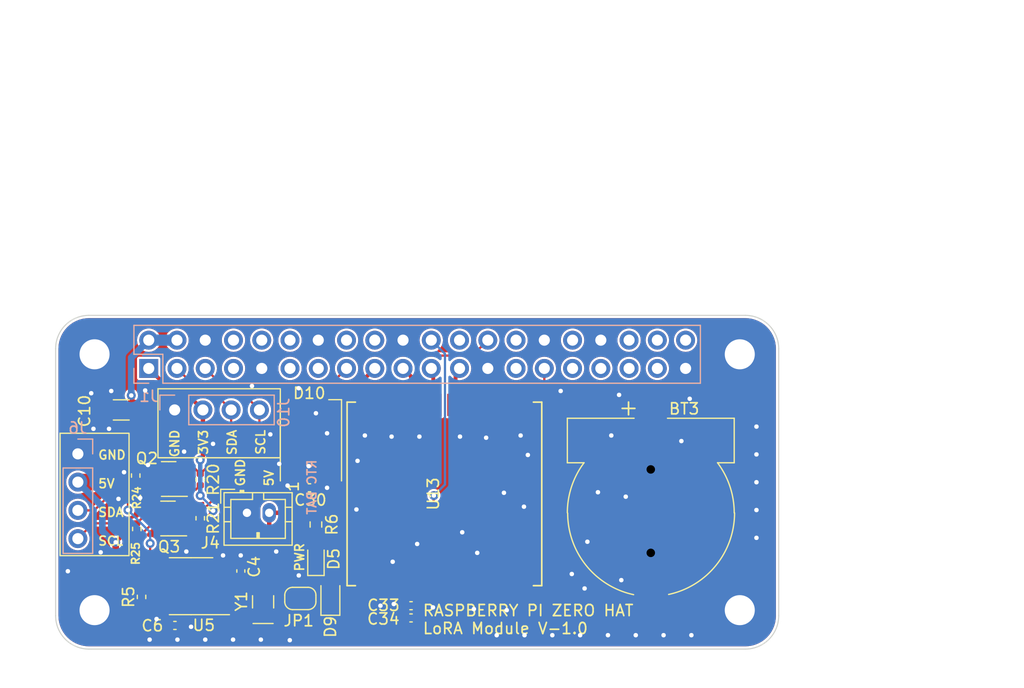
<source format=kicad_pcb>
(kicad_pcb (version 20241229) (generator "pcbnew") (generator_version "9.0")
  (title_block (date "15 nov 2012"))
  (layers (0 "F.Cu" signal) (2 "B.Cu" signal) (13 "F.Paste" user) (15 "B.Paste" user) (5 "F.SilkS" user "F.Silkscreen") (7 "B.SilkS" user "B.Silkscreen") (1 "F.Mask" user) (3 "B.Mask" user) (25 "Edge.Cuts" user))
  (net 0 "")
  (net 1 "GND")
  (net 2 "/GPIO2{slash}SDA1")
  (net 3 "/GPIO3{slash}SCL1")
  (net 4 "/GPIO4{slash}GPCLK0")
  (net 5 "/GPIO14{slash}TXD0")
  (net 6 "/GPIO15{slash}RXD0")
  (net 7 "/GPIO17")
  (net 8 "/GPIO18{slash}PCM.CLK")
  (net 9 "/GPIO27")
  (net 10 "/GPIO22")
  (net 11 "/GPIO23")
  (net 12 "/GPIO24")
  (net 13 "/GPIO10{slash}SPI0.MOSI")
  (net 14 "/GPIO9{slash}SPI0.MISO")
  (net 15 "/GPIO25")
  (net 16 "/GPIO11{slash}SPI0.SCLK")
  (net 17 "/GPIO8{slash}SPI0.CE0")
  (net 18 "/GPIO7{slash}SPI0.CE1")
  (net 19 "/ID_SDA")
  (net 20 "/ID_SCL")
  (net 21 "/GPIO5")
  (net 22 "/GPIO6")
  (net 23 "/GPIO12{slash}PWM0")
  (net 24 "/GPIO13{slash}PWM1")
  (net 25 "/GPIO19{slash}PCM.FS")
  (net 26 "/GPIO16")
  (net 27 "/GPIO26")
  (net 28 "/GPIO20{slash}PCM.DIN")
  (net 29 "/GPIO21{slash}PCM.DOUT")
  (net 30 "+5V")
  (net 32 "+3.3VA")
  (net 33 "Net-(D9-K)")
  (net 34 "Net-(D5-A)")
  (net 35 "/RGB")
  (net 36 "/SCL5")
  (net 37 "/SDA5")
  (net 38 "Net-(U5-SQW{slash}OUT)")
  (net 39 "Net-(U5-X1)")
  (net 40 "Net-(U5-X2)")
  (net 46 "Net-(BT3-+)")
  (footprint "MountingHole:MountingHole_2.7mm_M2.5" (layer "F.Cu") (at 161.5 96.5)
    (property "Reference" "MH5" (hide yes))
    (property "Value" "MountingHole_2.7mm_M2.5" (hide yes))
    (pad "" np_thru_hole circle (at 0 0) (size 2.7 2.7) (drill 2.7) (layers "*.Cu" "*.Mask"))
  )
  (footprint "MountingHole:MountingHole_2.7mm_M2.5" (layer "F.Cu") (at 161.5 73.5)
    (property "Reference" "MH2" (hide yes))
    (property "Value" "MountingHole_2.7mm_M2.5" (hide yes))
    (pad "" np_thru_hole circle (at 0 0) (size 2.7 2.7) (drill 2.7) (layers "*.Cu" "*.Mask"))
  )
  (footprint "RF_Module:Ai-Thinker-Ra-01-LoRa" (layer "F.Cu") (at 134.95 86.05 90)
    (property "Reference" "U13" (at 0 -1 90) (layer "F.SilkS"))
    (property "Value" "Ai-Thinker-Ra-01")
    (pad "1" smd rect (at -8 -7 90) (size 2 1.5) (layers "F.Cu" "F.Mask" "F.Paste"))
    (pad "2" smd rect (at -8 -5 90) (size 2 1.5) (layers "F.Cu" "F.Mask" "F.Paste") (net 1 "GND"))
    (pad "3" smd rect (at -8 -3 90) (size 2 1.5) (layers "F.Cu" "F.Mask" "F.Paste") (net 32 "+3.3VA"))
    (pad "4" smd rect (at -8 -1 90) (size 2 1.5) (layers "F.Cu" "F.Mask" "F.Paste") (net 15 "/GPIO25"))
    (pad "5" smd rect (at -8 1 90) (size 2 1.5) (layers "F.Cu" "F.Mask" "F.Paste") (net 21 "/GPIO5"))
    (pad "6" smd rect (at -8 3 90) (size 2 1.5) (layers "F.Cu" "F.Mask" "F.Paste"))
    (pad "7" smd rect (at -8 5 90) (size 2 1.5) (layers "F.Cu" "F.Mask" "F.Paste"))
    (pad "8" smd rect (at -8 7 90) (size 2 1.5) (layers "F.Cu" "F.Mask" "F.Paste"))
    (pad "9" smd rect (at 8 7 90) (size 2 1.5) (layers "F.Cu" "F.Mask" "F.Paste") (net 1 "GND"))
    (pad "10" smd rect (at 8 5 90) (size 2 1.5) (layers "F.Cu" "F.Mask" "F.Paste"))
    (pad "11" smd rect (at 8 3 90) (size 2 1.5) (layers "F.Cu" "F.Mask" "F.Paste"))
    (pad "12" smd rect (at 8 1 90) (size 2 1.5) (layers "F.Cu" "F.Mask" "F.Paste") (net 16 "/GPIO11{slash}SPI0.SCLK"))
    (pad "13" smd rect (at 8 -1 90) (size 2 1.5) (layers "F.Cu" "F.Mask" "F.Paste") (net 14 "/GPIO9{slash}SPI0.MISO"))
    (pad "14" smd rect (at 8 -3 90) (size 2 1.5) (layers "F.Cu" "F.Mask" "F.Paste") (net 13 "/GPIO10{slash}SPI0.MOSI"))
    (pad "15" smd rect (at 8 -5 90) (size 2 1.5) (layers "F.Cu" "F.Mask" "F.Paste") (net 18 "/GPIO7{slash}SPI0.CE1"))
    (pad "16" smd rect (at 8 -7 90) (size 2 1.5) (layers "F.Cu" "F.Mask" "F.Paste") (net 1 "GND"))
  )
  (footprint "Capacitor_SMD:C_0402_1005Metric" (layer "F.Cu") (at 110.725 97.875)
    (property "Reference" "C6" (at -2.025 0.025 0) (layer "F.SilkS"))
    (property "Value" "100nF")
    (pad "1" smd roundrect (at -0.48 0) (size 0.56 0.62) (layers "F.Cu" "F.Mask" "F.Paste") (net 30 "+5V"))
    (pad "2" smd roundrect (at 0.48 0) (size 0.56 0.62) (layers "F.Cu" "F.Mask" "F.Paste") (net 1 "GND"))
  )
  (footprint "Capacitor_SMD:C_0402_1005Metric" (layer "F.Cu") (at 131.95 97.2 180)
    (property "Reference" "C34" (at 2.49 -0.09 0) (layer "F.SilkS"))
    (property "Value" "10uF")
    (pad "1" smd roundrect (at -0.48 0 180) (size 0.56 0.62) (layers "F.Cu" "F.Mask" "F.Paste") (net 32 "+3.3VA"))
    (pad "2" smd roundrect (at 0.48 0 180) (size 0.56 0.62) (layers "F.Cu" "F.Mask" "F.Paste") (net 1 "GND"))
  )
  (footprint "Capacitor_SMD:C_0402_1005Metric" (layer "F.Cu") (at 116.65 92.98 90)
    (property "Reference" "C4" (at 0.38 1.2 90) (layer "F.SilkS"))
    (property "Value" "100nF")
    (pad "1" smd roundrect (at -0.48 0 90) (size 0.56 0.62) (layers "F.Cu" "F.Mask" "F.Paste") (net 46 "Net-(BT3-+)"))
    (pad "2" smd roundrect (at 0.48 0 90) (size 0.56 0.62) (layers "F.Cu" "F.Mask" "F.Paste") (net 1 "GND"))
  )
  (footprint "Resistor_SMD:R_0402_1005Metric" (layer "F.Cu") (at 107.725 95.31 90)
    (property "Reference" "R5" (at 0 -1.17 90) (layer "F.SilkS"))
    (property "Value" "10K")
    (pad "1" smd roundrect (at -0.51 0 90) (size 0.54 0.64) (layers "F.Cu" "F.Mask" "F.Paste") (net 30 "+5V"))
    (pad "2" smd roundrect (at 0.51 0 90) (size 0.54 0.64) (layers "F.Cu" "F.Mask" "F.Paste") (net 38 "Net-(U5-SQW{slash}OUT)"))
  )
  (footprint "LED_SMD:LED_0603_1608Metric" (layer "F.Cu") (at 123.4 91.9 90)
    (property "Reference" "D5" (at 0 1.6 90) (layer "F.SilkS"))
    (property "Value" "RLED")
    (pad "1" smd roundrect (at -0.7875 0 90) (size 0.875 0.95) (layers "F.Cu" "F.Mask" "F.Paste") (net 1 "GND"))
    (pad "2" smd roundrect (at 0.7875 0 90) (size 0.875 0.95) (layers "F.Cu" "F.Mask" "F.Paste") (net 34 "Net-(D5-A)"))
  )
  (footprint "Package_SO:SOIC-8_3.9x4.9mm_P1.27mm" (layer "F.Cu") (at 112.175 94.345 180)
    (property "Reference" "U5" (at -1.15 -3.515 0) (layer "F.SilkS"))
    (property "Value" "DS1307Z+")
    (pad "1" smd roundrect (at -2.475 -1.905 180) (size 1.95 0.6) (layers "F.Cu" "F.Mask" "F.Paste") (net 39 "Net-(U5-X1)"))
    (pad "2" smd roundrect (at -2.475 -0.635 180) (size 1.95 0.6) (layers "F.Cu" "F.Mask" "F.Paste") (net 40 "Net-(U5-X2)"))
    (pad "3" smd roundrect (at -2.475 0.635 180) (size 1.95 0.6) (layers "F.Cu" "F.Mask" "F.Paste") (net 46 "Net-(BT3-+)"))
    (pad "4" smd roundrect (at -2.475 1.905 180) (size 1.95 0.6) (layers "F.Cu" "F.Mask" "F.Paste") (net 1 "GND"))
    (pad "5" smd roundrect (at 2.475 1.905 180) (size 1.95 0.6) (layers "F.Cu" "F.Mask" "F.Paste") (net 37 "/SDA5"))
    (pad "6" smd roundrect (at 2.475 0.635 180) (size 1.95 0.6) (layers "F.Cu" "F.Mask" "F.Paste") (net 36 "/SCL5"))
    (pad "7" smd roundrect (at 2.475 -0.635 180) (size 1.95 0.6) (layers "F.Cu" "F.Mask" "F.Paste") (net 38 "Net-(U5-SQW{slash}OUT)"))
    (pad "8" smd roundrect (at 2.475 -1.905 180) (size 1.95 0.6) (layers "F.Cu" "F.Mask" "F.Paste") (net 30 "+5V"))
  )
  (footprint "Resistor_SMD:R_0402_1005Metric" (layer "F.Cu") (at 113 84.76 -90)
    (property "Reference" "R20" (at 0 -1.17 90) (layer "F.SilkS"))
    (property "Value" "10K")
    (pad "1" smd roundrect (at -0.51 0 270) (size 0.54 0.64) (layers "F.Cu" "F.Mask" "F.Paste") (net 2 "/GPIO2{slash}SDA1"))
    (pad "2" smd roundrect (at 0.51 0 270) (size 0.54 0.64) (layers "F.Cu" "F.Mask" "F.Paste") (net 32 "+3.3VA"))
  )
  (footprint "Capacitor_SMD:C_1206_3216Metric" (layer "F.Cu") (at 105.9 78.5 180)
    (property "Reference" "C10" (at 3.3 -0.1 90) (layer "F.SilkS"))
    (property "Value" "47uF")
    (pad "1" smd roundrect (at -1.475 0 180) (size 1.15 1.8) (layers "F.Cu" "F.Mask" "F.Paste") (roundrect_rratio 0.2173913043) (net 30 "+5V"))
    (pad "2" smd roundrect (at 1.475 0 180) (size 1.15 1.8) (layers "F.Cu" "F.Mask" "F.Paste") (roundrect_rratio 0.2173913043) (net 1 "GND"))
  )
  (footprint "Package_TO_SOT_SMD:SOT-23" (layer "F.Cu") (at 110.1 88.26 180)
    (property "Reference" "Q3" (at -0.1 -2.54 0) (layer "F.SilkS"))
    (property "Value" "2N7002")
    (pad "1" smd roundrect (at -0.9375 -0.95 180) (size 1.475 0.6) (layers "F.Cu" "F.Mask" "F.Paste") (net 32 "+3.3VA"))
    (pad "2" smd roundrect (at -0.9375 0.95 180) (size 1.475 0.6) (layers "F.Cu" "F.Mask" "F.Paste") (net 3 "/GPIO3{slash}SCL1"))
    (pad "3" smd roundrect (at 0.9375 0 180) (size 1.475 0.6) (layers "F.Cu" "F.Mask" "F.Paste") (net 36 "/SCL5"))
  )
  (footprint "Resistor_SMD:R_0402_1005Metric" (layer "F.Cu") (at 107.2 84.4 90)
    (property "Reference" "R24" (at -2 0.1 90) (layer "F.SilkS") (effects (font (size 0.7 0.7))))
    (property "Value" "10K")
    (pad "1" smd roundrect (at -0.51 0 90) (size 0.54 0.64) (layers "F.Cu" "F.Mask" "F.Paste") (net 37 "/SDA5"))
    (pad "2" smd roundrect (at 0.51 0 90) (size 0.54 0.64) (layers "F.Cu" "F.Mask" "F.Paste") (net 30 "+5V"))
  )
  (footprint "Resistor_SMD:R_0402_1005Metric" (layer "F.Cu") (at 107.3 89.2 -90)
    (property "Reference" "R25" (at 2.21 0.1 90) (layer "F.SilkS") (effects (font (size 0.7 0.7))))
    (property "Value" "10K")
    (pad "1" smd roundrect (at -0.51 0 270) (size 0.54 0.64) (layers "F.Cu" "F.Mask" "F.Paste") (net 36 "/SCL5"))
    (pad "2" smd roundrect (at 0.51 0 270) (size 0.54 0.64) (layers "F.Cu" "F.Mask" "F.Paste") (net 30 "+5V"))
  )
  (footprint "Capacitor_SMD:C_0402_1005Metric" (layer "F.Cu") (at 131.95 96.1 180)
    (property "Reference" "C33" (at 2.48 0.04 0) (layer "F.SilkS"))
    (property "Value" "100nF")
    (pad "1" smd roundrect (at -0.48 0 180) (size 0.56 0.62) (layers "F.Cu" "F.Mask" "F.Paste") (net 32 "+3.3VA"))
    (pad "2" smd roundrect (at 0.48 0 180) (size 0.56 0.62) (layers "F.Cu" "F.Mask" "F.Paste") (net 1 "GND"))
  )
  (footprint "Crystal:Crystal_SMD_G8-2Pin_3.2x1.5mm" (layer "F.Cu") (at 118.65 95.75 90)
    (property "Reference" "Y1" (at 0.05 -1.95 90) (layer "F.SilkS"))
    (property "Value" "32.768Khz")
    (pad "1" smd rect (at -1.25 0 90) (size 1 1.8) (layers "F.Cu" "F.Mask" "F.Paste") (net 39 "Net-(U5-X1)"))
    (pad "2" smd rect (at 1.25 0 90) (size 1 1.8) (layers "F.Cu" "F.Mask" "F.Paste") (net 40 "Net-(U5-X2)"))
  )
  (footprint "MountingHole:MountingHole_2.7mm_M2.5" (layer "F.Cu") (at 103.5 73.5)
    (property "Reference" "MH1" (hide yes))
    (property "Value" "MountingHole_2.7mm_M2.5" (hide yes))
    (pad "" np_thru_hole circle (at 0 0) (size 2.7 2.7) (drill 2.7) (layers "*.Cu" "*.Mask"))
  )
  (footprint "Diode_SMD:D_SOD-323" (layer "F.Cu") (at 124.7 95.35 90)
    (property "Reference" "D9" (at -2.65 0 90) (layer "F.SilkS"))
    (property "Value" "1N5819WS")
    (pad "1" smd roundrect (at -1.05 0 90) (size 0.6 0.45) (layers "F.Cu" "F.Mask" "F.Paste") (net 33 "Net-(D9-K)"))
    (pad "2" smd roundrect (at 1.05 0 90) (size 0.6 0.45) (layers "F.Cu" "F.Mask" "F.Paste") (net 32 "+3.3VA"))
  )
  (footprint "MountingHole:MountingHole_2.7mm_M2.5" (layer "F.Cu") (at 103.5 96.5)
    (property "Reference" "MH6" (hide yes))
    (property "Value" "MountingHole_2.7mm_M2.5" (hide yes))
    (pad "" np_thru_hole circle (at 0 0) (size 2.7 2.7) (drill 2.7) (layers "*.Cu" "*.Mask"))
  )
  (footprint "Connector_JST:JST_PH_B2B-PH-K_1x02_P2.00mm_Vertical" (layer "F.Cu") (at 117.2 87.75)
    (property "Reference" "J4" (at -3.3 2.7 0) (layer "F.SilkS"))
    (property "Value" "CONN")
    (pad "1" thru_hole roundrect (at 0 0) (size 1.2 1.75) (drill 0.75) (layers "*.Cu" "*.Mask") (roundrect_rratio 0.2083333333) (net 1 "GND"))
    (pad "2" thru_hole oval (at 2 0) (size 1.2 1.75) (drill 0.75) (layers "*.Cu" "*.Mask") (net 30 "+5V"))
  )
  (footprint "Package_TO_SOT_SMD:SOT-23" (layer "F.Cu") (at 110.1625 84.71 180)
    (property "Reference" "Q2" (at 1.9625 1.85 0) (layer "F.SilkS"))
    (property "Value" "2N7002")
    (pad "1" smd roundrect (at -0.9375 -0.95 180) (size 1.475 0.6) (layers "F.Cu" "F.Mask" "F.Paste") (net 32 "+3.3VA"))
    (pad "2" smd roundrect (at -0.9375 0.95 180) (size 1.475 0.6) (layers "F.Cu" "F.Mask" "F.Paste") (net 2 "/GPIO2{slash}SDA1"))
    (pad "3" smd roundrect (at 0.9375 0 180) (size 1.475 0.6) (layers "F.Cu" "F.Mask" "F.Paste") (net 37 "/SDA5"))
  )
  (footprint "Capacitor_SMD:C_0402_1005Metric" (layer "F.Cu") (at 122.82 85.5)
    (property "Reference" "C30" (at 0.08 1.1 0) (layer "F.SilkS"))
    (property "Value" "100nF")
    (pad "1" smd roundrect (at -0.48 0) (size 0.56 0.62) (layers "F.Cu" "F.Mask" "F.Paste") (net 30 "+5V"))
    (pad "2" smd roundrect (at 0.48 0) (size 0.56 0.62) (layers "F.Cu" "F.Mask" "F.Paste") (net 1 "GND"))
  )
  (footprint "nodemcu:cr1220-2" (layer "F.Cu") (at 153.5 87.75 180)
    (property "Reference" "BT3" (at -3 9.35 0) (layer "F.SilkS"))
    (property "Value" "Battery_Cell")
    (fp_text user "+" (at 2 9.5 0) (layer "F.SilkS") (effects (font (size 1.5 1.5))))
    (pad "" np_thru_hole circle (at 0 -3.6 180) (size 1.5 1.5) (drill 0.762) (layers "*.Mask"))
    (pad "" np_thru_hole circle (at 0 3.9 180) (size 1.5 1.5) (drill 0.762) (layers "*.Mask"))
    (pad "1" smd rect (at 0 8 180) (size 2.2 4.4) (layers "F.Cu" "F.Mask" "F.Paste") (net 46 "Net-(BT3-+)"))
    (pad "2" smd rect (at 0 -8 180) (size 2.2 4) (layers "F.Cu" "F.Mask" "F.Paste") (net 1 "GND"))
  )
  (footprint "Resistor_SMD:R_0402_1005Metric" (layer "F.Cu") (at 113 88.24 -90)
    (property "Reference" "R21" (at 0 -1.17 90) (layer "F.SilkS"))
    (property "Value" "10K")
    (pad "1" smd roundrect (at -0.51 0 270) (size 0.54 0.64) (layers "F.Cu" "F.Mask" "F.Paste") (net 3 "/GPIO3{slash}SCL1"))
    (pad "2" smd roundrect (at 0.51 0 270) (size 0.54 0.64) (layers "F.Cu" "F.Mask" "F.Paste") (net 32 "+3.3VA"))
  )
  (footprint "Resistor_SMD:R_0603_1608Metric" (layer "F.Cu") (at 123.4 88.8 -90)
    (property "Reference" "R6" (at 0 -1.43 90) (layer "F.SilkS"))
    (property "Value" "1K")
    (pad "1" smd roundrect (at -0.825 0 270) (size 0.8 0.95) (layers "F.Cu" "F.Mask" "F.Paste") (net 30 "+5V"))
    (pad "2" smd roundrect (at 0.825 0 270) (size 0.8 0.95) (layers "F.Cu" "F.Mask" "F.Paste") (net 34 "Net-(D5-A)"))
  )
  (footprint "LED_SMD:LED_WS2812B_PLCC4_5.0x5.0mm_P3.2mm" (layer "F.Cu") (at 122.95 81.23 90)
    (property "Reference" "D10" (at 4.23 -0.15 0) (layer "F.SilkS"))
    (property "Value" "WS2812B")
    (fp_text user "1" (at -4.15 -1.6 90) (layer "F.SilkS"))
    (pad "1" smd rect (at -2.45 -1.65 90) (size 1.5 0.9) (layers "F.Cu" "F.Mask" "F.Paste") (net 30 "+5V"))
    (pad "2" smd rect (at -2.45 1.65 90) (size 1.5 0.9) (layers "F.Cu" "F.Mask" "F.Paste") (net 35 "/RGB"))
    (pad "3" smd rect (at 2.45 1.65 90) (size 1.5 0.9) (layers "F.Cu" "F.Mask" "F.Paste") (net 1 "GND"))
    (pad "4" smd rect (at 2.45 -1.65 90) (size 1.5 0.9) (layers "F.Cu" "F.Mask" "F.Paste") (net 10 "/GPIO22"))
  )
  (footprint "Jumper:SolderJumper-2_P1.3mm_Open_RoundedPad1.0x1.5mm" (layer "F.Cu") (at 122 95.45 180)
    (property "Reference" "JP1" (at 0.15 -2 180) (layer "F.SilkS"))
    (property "Value" "JUMPER")
    (pad "1" smd custom (at -0.65 0 180) (size 1 0.5) (layers "F.Cu" "F.Mask") (net 33 "Net-(D9-K)") (options (clearance outline) (anchor rect)) (primitives (gr_circle (center 0 0.25) (end 0.5 0.25) (width 0) (fill yes)) (gr_circle (center 0 -0.25) (end 0.5 -0.25) (width 0) (fill yes)) (gr_poly (pts (xy 0.5 0.75) (xy 0 0.75) (xy 0 -0.75) (xy 0.5 -0.75)) (width 0) (fill yes))))
    (pad "2" smd custom (at 0.65 0 180) (size 1 0.5) (layers "F.Cu" "F.Mask") (net 46 "Net-(BT3-+)") (options (clearance outline) (anchor rect)) (primitives (gr_circle (center 0 0.25) (end 0.5 0.25) (width 0) (fill yes)) (gr_circle (center 0 -0.25) (end 0.5 -0.25) (width 0) (fill yes)) (gr_poly (pts (xy 0 0.75) (xy -0.5 0.75) (xy -0.5 -0.75) (xy 0 -0.75)) (width 0) (fill yes))))
  )
  (footprint "Connector_PinSocket_2.54mm:PinSocket_2x20_P2.54mm_Vertical" (layer "B.Cu") (at 108.37 74.77 -90)
    (property "Reference" "J1" (at 2.5 0 0) (layer "B.SilkS") (effects (justify mirror)))
    (property "Value" "GPIO")
    (pad "1" thru_hole rect (at 0 0 270) (size 1.7 1.7) (drill 1) (layers "*.Cu" "*.Mask") (net 32 "+3.3VA"))
    (pad "2" thru_hole oval (at -2.54 0 270) (size 1.7 1.7) (drill 1) (layers "*.Cu" "*.Mask") (net 30 "+5V"))
    (pad "3" thru_hole oval (at 0 -2.54 270) (size 1.7 1.7) (drill 1) (layers "*.Cu" "*.Mask") (net 2 "/GPIO2{slash}SDA1"))
    (pad "4" thru_hole oval (at -2.54 -2.54 270) (size 1.7 1.7) (drill 1) (layers "*.Cu" "*.Mask") (net 30 "+5V"))
    (pad "5" thru_hole oval (at 0 -5.08 270) (size 1.7 1.7) (drill 1) (layers "*.Cu" "*.Mask") (net 3 "/GPIO3{slash}SCL1"))
    (pad "6" thru_hole oval (at -2.54 -5.08 270) (size 1.7 1.7) (drill 1) (layers "*.Cu" "*.Mask") (net 1 "GND"))
    (pad "7" thru_hole oval (at 0 -7.62 270) (size 1.7 1.7) (drill 1) (layers "*.Cu" "*.Mask") (net 4 "/GPIO4{slash}GPCLK0"))
    (pad "8" thru_hole oval (at -2.54 -7.62 270) (size 1.7 1.7) (drill 1) (layers "*.Cu" "*.Mask") (net 5 "/GPIO14{slash}TXD0"))
    (pad "9" thru_hole oval (at 0 -10.16 270) (size 1.7 1.7) (drill 1) (layers "*.Cu" "*.Mask") (net 1 "GND"))
    (pad "10" thru_hole oval (at -2.54 -10.16 270) (size 1.7 1.7) (drill 1) (layers "*.Cu" "*.Mask") (net 6 "/GPIO15{slash}RXD0"))
    (pad "11" thru_hole oval (at 0 -12.7 270) (size 1.7 1.7) (drill 1) (layers "*.Cu" "*.Mask") (net 7 "/GPIO17"))
    (pad "12" thru_hole oval (at -2.54 -12.7 270) (size 1.7 1.7) (drill 1) (layers "*.Cu" "*.Mask") (net 8 "/GPIO18{slash}PCM.CLK"))
    (pad "13" thru_hole oval (at 0 -15.24 270) (size 1.7 1.7) (drill 1) (layers "*.Cu" "*.Mask") (net 9 "/GPIO27"))
    (pad "14" thru_hole oval (at -2.54 -15.24 270) (size 1.7 1.7) (drill 1) (layers "*.Cu" "*.Mask") (net 1 "GND"))
    (pad "15" thru_hole oval (at 0 -17.78 270) (size 1.7 1.7) (drill 1) (layers "*.Cu" "*.Mask") (net 10 "/GPIO22"))
    (pad "16" thru_hole oval (at -2.54 -17.78 270) (size 1.7 1.7) (drill 1) (layers "*.Cu" "*.Mask") (net 11 "/GPIO23"))
    (pad "17" thru_hole oval (at 0 -20.32 270) (size 1.7 1.7) (drill 1) (layers "*.Cu" "*.Mask") (net 32 "+3.3VA"))
    (pad "18" thru_hole oval (at -2.54 -20.32 270) (size 1.7 1.7) (drill 1) (layers "*.Cu" "*.Mask") (net 12 "/GPIO24"))
    (pad "19" thru_hole oval (at 0 -22.86 270) (size 1.7 1.7) (drill 1) (layers "*.Cu" "*.Mask") (net 13 "/GPIO10{slash}SPI0.MOSI"))
    (pad "20" thru_hole oval (at -2.54 -22.86 270) (size 1.7 1.7) (drill 1) (layers "*.Cu" "*.Mask") (net 1 "GND"))
    (pad "21" thru_hole oval (at 0 -25.4 270) (size 1.7 1.7) (drill 1) (layers "*.Cu" "*.Mask") (net 14 "/GPIO9{slash}SPI0.MISO"))
    (pad "22" thru_hole oval (at -2.54 -25.4 270) (size 1.7 1.7) (drill 1) (layers "*.Cu" "*.Mask") (net 15 "/GPIO25"))
    (pad "23" thru_hole oval (at 0 -27.94 270) (size 1.7 1.7) (drill 1) (layers "*.Cu" "*.Mask") (net 16 "/GPIO11{slash}SPI0.SCLK"))
    (pad "24" thru_hole oval (at -2.54 -27.94 270) (size 1.7 1.7) (drill 1) (layers "*.Cu" "*.Mask") (net 17 "/GPIO8{slash}SPI0.CE0"))
    (pad "25" thru_hole oval (at 0 -30.48 270) (size 1.7 1.7) (drill 1) (layers "*.Cu" "*.Mask") (net 1 "GND"))
    (pad "26" thru_hole oval (at -2.54 -30.48 270) (size 1.7 1.7) (drill 1) (layers "*.Cu" "*.Mask") (net 18 "/GPIO7{slash}SPI0.CE1"))
    (pad "27" thru_hole oval (at 0 -33.02 270) (size 1.7 1.7) (drill 1) (layers "*.Cu" "*.Mask") (net 19 "/ID_SDA"))
    (pad "28" thru_hole oval (at -2.54 -33.02 270) (size 1.7 1.7) (drill 1) (layers "*.Cu" "*.Mask") (net 20 "/ID_SCL"))
    (pad "29" thru_hole oval (at 0 -35.56 270) (size 1.7 1.7) (drill 1) (layers "*.Cu" "*.Mask") (net 21 "/GPIO5"))
    (pad "30" thru_hole oval (at -2.54 -35.56 270) (size 1.7 1.7) (drill 1) (layers "*.Cu" "*.Mask") (net 1 "GND"))
    (pad "31" thru_hole oval (at 0 -38.1 270) (size 1.7 1.7) (drill 1) (layers "*.Cu" "*.Mask") (net 22 "/GPIO6"))
    (pad "32" thru_hole oval (at -2.54 -38.1 270) (size 1.7 1.7) (drill 1) (layers "*.Cu" "*.Mask") (net 23 "/GPIO12{slash}PWM0"))
    (pad "33" thru_hole oval (at 0 -40.64 270) (size 1.7 1.7) (drill 1) (layers "*.Cu" "*.Mask") (net 24 "/GPIO13{slash}PWM1"))
    (pad "34" thru_hole oval (at -2.54 -40.64 270) (size 1.7 1.7) (drill 1) (layers "*.Cu" "*.Mask") (net 1 "GND"))
    (pad "35" thru_hole oval (at 0 -43.18 270) (size 1.7 1.7) (drill 1) (layers "*.Cu" "*.Mask") (net 25 "/GPIO19{slash}PCM.FS"))
    (pad "36" thru_hole oval (at -2.54 -43.18 270) (size 1.7 1.7) (drill 1) (layers "*.Cu" "*.Mask") (net 26 "/GPIO16"))
    (pad "37" thru_hole oval (at 0 -45.72 270) (size 1.7 1.7) (drill 1) (layers "*.Cu" "*.Mask") (net 27 "/GPIO26"))
    (pad "38" thru_hole oval (at -2.54 -45.72 270) (size 1.7 1.7) (drill 1) (layers "*.Cu" "*.Mask") (net 28 "/GPIO20{slash}PCM.DIN"))
    (pad "39" thru_hole oval (at 0 -48.26 270) (size 1.7 1.7) (drill 1) (layers "*.Cu" "*.Mask") (net 1 "GND"))
    (pad "40" thru_hole oval (at -2.54 -48.26 270) (size 1.7 1.7) (drill 1) (layers "*.Cu" "*.Mask") (net 29 "/GPIO21{slash}PCM.DOUT"))
  )
  (footprint "Connector_PinHeader_2.54mm:PinHeader_1x04_P2.54mm_Vertical" (layer "B.Cu") (at 110.7 78.5 -90)
    (property "Reference" "J10" (at 0.25 -9.8 90) (layer "B.SilkS") (effects (justify mirror)))
    (property "Value" "CONN")
    (pad "1" thru_hole rect (at 0 0 270) (size 1.7 1.7) (drill 1) (layers "*.Cu" "*.Mask") (net 1 "GND"))
    (pad "2" thru_hole oval (at 0 -2.54 270) (size 1.7 1.7) (drill 1) (layers "*.Cu" "*.Mask") (net 32 "+3.3VA"))
    (pad "3" thru_hole oval (at 0 -5.08 270) (size 1.7 1.7) (drill 1) (layers "*.Cu" "*.Mask") (net 2 "/GPIO2{slash}SDA1"))
    (pad "4" thru_hole oval (at 0 -7.62 270) (size 1.7 1.7) (drill 1) (layers "*.Cu" "*.Mask") (net 3 "/GPIO3{slash}SCL1"))
  )
  (footprint "Connector_PinHeader_2.54mm:PinHeader_1x04_P2.54mm_Vertical" (layer "B.Cu") (at 102 82.45 180)
    (property "Reference" "J6" (at 0 2.33 0) (layer "B.SilkS") (effects (justify mirror)))
    (property "Value" "CONN")
    (pad "1" thru_hole rect (at 0 0 180) (size 1.7 1.7) (drill 1) (layers "*.Cu" "*.Mask") (net 1 "GND"))
    (pad "2" thru_hole oval (at 0 -2.54 180) (size 1.7 1.7) (drill 1) (layers "*.Cu" "*.Mask") (net 30 "+5V"))
    (pad "3" thru_hole oval (at 0 -5.08 180) (size 1.7 1.7) (drill 1) (layers "*.Cu" "*.Mask") (net 37 "/SDA5"))
    (pad "4" thru_hole oval (at 0 -7.62 180) (size 1.7 1.7) (drill 1) (layers "*.Cu" "*.Mask") (net 36 "/SCL5"))
  )
  (gr_rect (start 109.2 76.6) (end 120.2 82.8) (stroke (width 0.12)) (fill no) (layer "F.SilkS"))
  (gr_rect (start 100.4 80.6) (end 106.6 91.6) (stroke (width 0.12)) (fill no) (layer "F.SilkS"))
  (gr_arc (start 162 70) (mid 164.12132 70.87868) (end 165 73) (stroke (width 0.1)) (layer "Edge.Cuts"))
  (gr_line (start 165 97) (end 165 73) (stroke (width 0.1)) (layer "Edge.Cuts"))
  (gr_line (start 100 73) (end 100 97) (stroke (width 0.1)) (layer "Edge.Cuts"))
  (gr_arc (start 103 100) (mid 100.87868 99.12132) (end 100 97) (stroke (width 0.1)) (layer "Edge.Cuts"))
  (gr_line (start 103 100) (end 162 100) (stroke (width 0.1)) (layer "Edge.Cuts"))
  (gr_arc (start 165 97) (mid 164.12132 99.12132) (end 162 100) (stroke (width 0.1)) (layer "Edge.Cuts"))
  (gr_arc (start 100 73) (mid 100.87868 70.87868) (end 103 70) (stroke (width 0.1)) (layer "Edge.Cuts"))
  (gr_line (start 162 70) (end 103 70) (stroke (width 0.1)) (layer "Edge.Cuts"))
  (gr_text "PWR" (at 122.4 93.1 90) (layer "F.SilkS") (effects (font (size 0.8 0.8)) (justify left bottom)))
  (gr_text "GND\n\n5V\n\nSDA\n\nSCL" (at 103.75 90.75 0) (layer "F.SilkS") (effects (font (size 0.8 0.8)) (justify left bottom)))
  (gr_text "RASPBERRY PI ZERO HAT\nLoRA Module V-1.0" (at 132.93 98.73 0) (layer "F.SilkS") (effects (font (size 1 1)) (justify left bottom)))
  (gr_text "GND\n\n3V3\n\nSDA\n\nSCL" (at 118.9 80.2 90) (layer "F.SilkS") (effects (font (size 0.8 0.8)) (justify right bottom)))
  (gr_text "GND\n\n5V" (at 119.65 85.45 90) (layer "F.SilkS") (effects (font (size 0.8 0.8)) (justify left bottom)))
  (gr_text "RTC BAT" (at 123.5 88 90) (layer "B.SilkS") (effects (font (size 0.8 0.8)) (justify right bottom mirror)))
  (via (at 149.65 98.75) (size 0.8) (drill 0.4) (layers "F.Cu" "B.Cu") (net 1))
  (via (at 149.95 80.8) (size 0.8) (drill 0.4) (layers "F.Cu" "B.Cu") (net 1))
  (via (at 154.65 98.75) (size 0.8) (drill 0.4) (layers "F.Cu" "B.Cu") (net 1))
  (via (at 108.05 76.75) (size 0.8) (drill 0.4) (layers "F.Cu" "B.Cu") (net 1))
  (via (at 121.05 99.2) (size 0.8) (drill 0.4) (layers "F.Cu" "B.Cu") (net 1))
  (via (at 114.15 81.55) (size 0.8) (drill 0.4) (layers "F.Cu" "B.Cu") (net 1))
  (via (at 123.4 78.8) (size 0.8) (drill 0.4) (layers "F.Cu" "B.Cu") (net 1))
  (via (at 133.92 96.25) (size 0.8) (drill 0.4) (layers "F.Cu" "B.Cu") (net 1))
  (via (at 142.45 82.55) (size 0.8) (drill 0.4) (layers "F.Cu" "B.Cu") (net 1))
  (via (at 140.3 85.95) (size 0.8) (drill 0.4) (layers "F.Cu" "B.Cu") (net 1))
  (via (at 147.15 98.75) (size 0.8) (drill 0.4) (layers "F.Cu" "B.Cu") (net 1))
  (via (at 150.85 93.8) (size 0.8) (drill 0.4) (layers "F.Cu" "B.Cu") (net 1))
  (via (at 116.64 91.58) (size 0.8) (drill 0.4) (layers "F.Cu" "B.Cu") (net 1))
  (via (at 156.25 81.3) (size 0.8) (drill 0.4) (layers "F.Cu" "B.Cu") (net 1))
  (via (at 130.2 80.9) (size 0.8) (drill 0.4) (layers "F.Cu" "B.Cu") (net 1))
  (via (at 130.3 92.15) (size 0.8) (drill 0.4) (layers "F.Cu" "B.Cu") (net 1))
  (via (at 119.3 80.7) (size 0.8) (drill 0.4) (layers "F.Cu" "B.Cu") (net 1))
  (via (at 115.95 99.15) (size 0.8) (drill 0.4) (layers "F.Cu" "B.Cu") (net 1))
  (via (at 119.83 91.23) (size 0.8) (drill 0.4) (layers "F.Cu" "B.Cu") (net 1))
  (via (at 147.8 90.35) (size 0.8) (drill 0.4) (layers "F.Cu" "B.Cu") (net 1))
  (via (at 139.65 98.75) (size 0.8) (drill 0.4) (layers "F.Cu" "B.Cu") (net 1))
  (via (at 108.45 99.15) (size 0.8) (drill 0.4) (layers "F.Cu" "B.Cu") (net 1))
  (via (at 142.15 98.75) (size 0.8) (drill 0.4) (layers "F.Cu" "B.Cu") (net 1))
  (via (at 137.9 91.35) (size 0.8) (drill 0.4) (layers "F.Cu" "B.Cu") (net 1))
  (via (at 121.85 76.55) (size 0.8) (drill 0.4) (layers "F.Cu" "B.Cu") (net 1))
  (via (at 107.6 86.4) (size 0.8) (drill 0.4) (layers "F.Cu" "B.Cu") (net 1))
  (via (at 163 82.5) (size 0.8) (drill 0.4) (layers "F.Cu" "B.Cu") (net 1))
  (via (at 163 87.5) (size 0.8) (drill 0.4) (layers "F.Cu" "B.Cu") (net 1))
  (via (at 127.04 87.45) (size 0.8) (drill 0.4) (layers "F.Cu" "B.Cu") (net 1))
  (via (at 104.05 91.3) (size 0.8) (drill 0.4) (layers "F.Cu" "B.Cu") (net 1))
  (via (at 115.05 91.58) (size 0.8) (drill 0.4) (layers "F.Cu" "B.Cu") (net 1))
  (via (at 111.55 82.25) (size 0.8) (drill 0.4) (layers "F.Cu" "B.Cu") (net 1))
  (via (at 112.175 97.995) (size 0.8) (drill 0.4) (layers "F.Cu" "B.Cu") (net 1))
  (via (at 146.4 93.25) (size 0.8) (drill 0.4) (layers "F.Cu" "B.Cu") (net 1))
  (via (at 110.95 99.15) (size 0.8) (drill 0.4) (layers "F.Cu" "B.Cu") (net 1))
  (via (at 150.65 77.15) (size 0.8) (drill 0.4) (layers "F.Cu" "B.Cu") (net 1))
  (via (at 145.4 76.8) (size 0.8) (drill 0.4) (layers "F.Cu" "B.Cu") (net 1))
  (via (at 132.7 80.9) (size 0.8) (drill 0.4) (layers "F.Cu" "B.Cu") (net 1))
  (via (at 137.6 96.4) (size 0.8) (drill 0.4) (layers "F.Cu" "B.Cu") (net 1))
  (via (at 129.2 96.1) (size 0.8) (drill 0.4) (layers "F.Cu" "B.Cu") (net 1))
  (via (at 117.65 76.35) (size 0.8) (drill 0.4) (layers "F.Cu" "B.Cu") (net 1))
  (via (at 147.55 94.55) (size 0.8) (drill 0.4) (layers "F.Cu" "B.Cu") (net 1))
  (via (at 163 85) (size 0.8) (drill 0.4) (layers "F.Cu" "B.Cu") (net 1))
  (via (at 152.15 98.75) (size 0.8) (drill 0.4) (layers "F.Cu" "B.Cu") (net 1))
  (via (at 157 77.5) (size 0.8) (drill 0.4) (layers "F.Cu" "B.Cu") (net 1))
  (via (at 136.55 89.5) (size 0.8) (drill 0.4) (layers "F.Cu" "B.Cu") (net 1))
  (via (at 136.35 80.9) (size 0.8) (drill 0.4) (layers "F.Cu" "B.Cu") (net 1))
  (via (at 163 80) (size 0.8) (drill 0.4) (layers "F.Cu" "B.Cu") (net 1))
  (via (at 113.45 99.15) (size 0.8) (drill 0.4) (layers "F.Cu" "B.Cu") (net 1))
  (via (at 124.4 80.6) (size 0.8) (drill 0.4) (layers "F.Cu" "B.Cu") (net 1))
  (via (at 111.75 91.23) (size 0.8) (drill 0.4) (layers "F.Cu" "B.Cu") (net 1))
  (via (at 151.25 86.3) (size 0.8) (drill 0.4) (layers "F.Cu" "B.Cu") (net 1))
  (via (at 127.14 83.08) (size 0.8) (drill 0.4) (layers "F.Cu" "B.Cu") (net 1))
  (via (at 124.4 85.5) (size 0.8) (drill 0.4) (layers "F.Cu" "B.Cu") (net 1))
  (via (at 122.75 83.55) (size 0.8) (drill 0.4) (layers "F.Cu" "B.Cu") (net 1))
  (via (at 157.15 98.75) (size 0.8) (drill 0.4) (layers "F.Cu" "B.Cu") (net 1))
  (via (at 104.8 80.2) (size 0.8) (drill 0.4) (layers "F.Cu" "B.Cu") (net 1))
  (via (at 109.075 97.295) (size 0.8) (drill 0.4) (layers "F.Cu" "B.Cu") (net 1))
  (via (at 142.1 87.2) (size 0.8) (drill 0.4) (layers "F.Cu" "B.Cu") (net 1))
  (via (at 132.5 90.55) (size 0.8) (drill 0.4) (layers "F.Cu" "B.Cu") (net 1))
  (via (at 103.4 80.2) (size 0.8) (drill 0.4) (layers "F.Cu" "B.Cu") (net 1))
  (via (at 105.65 86.5) (size 0.8) (drill 0.4) (layers "F.Cu" "B.Cu") (net 1))
  (via (at 121.86 93.38) (size 0.8) (drill 0.4) (layers "F.Cu" "B.Cu") (net 1))
  (via (at 120.1 83.35) (size 0.8) (drill 0.4) (layers "F.Cu" "B.Cu") (net 1))
  (via (at 101.1 93) (size 0.8) (drill 0.4) (layers "F.Cu" "B.Cu") (net 1))
  (via (at 108.3 83.45) (size 0.8) (drill 0.4) (layers "F.Cu" "B.Cu") (net 1))
  (via (at 144.65 98.75) (size 0.8) (drill 0.4) (layers "F.Cu" "B.Cu") (net 1))
  (via (at 141.8 80.8) (size 0.8) (drill 0.4) (layers "F.Cu" "B.Cu") (net 1))
  (via (at 106.15 84.1) (size 0.8) (drill 0.4) (layers "F.Cu" "B.Cu") (net 1))
  (via (at 120.85 85.3) (size 0.8) (drill 0.4) (layers "F.Cu" "B.Cu") (net 1))
  (via (at 138.7 81) (size 0.8) (drill 0.4) (layers "F.Cu" "B.Cu") (net 1))
  (via (at 130.4 95.95) (size 0.8) (drill 0.4) (layers "F.Cu" "B.Cu") (net 1))
  (via (at 163 90) (size 0.8) (drill 0.4) (layers "F.Cu" "B.Cu") (net 1))
  (via (at 140.55 96.5) (size 0.8) (drill 0.4) (layers "F.Cu" "B.Cu") (net 1))
  (via (at 118.45 99.15) (size 0.8) (drill 0.4) (layers "F.Cu" "B.Cu") (net 1))
  (via (at 105 76.8) (size 0.8) (drill 0.4) (layers "F.Cu" "B.Cu") (net 1))
  (via (at 127.8 80.8) (size 0.8) (drill 0.4) (layers "F.Cu" "B.Cu") (net 1))
  (via (at 148.75 85.9) (size 0.8) (drill 0.4) (layers "F.Cu" "B.Cu") (net 1))
  (via (at 103.2 77) (size 0.8) (drill 0.4) (layers "F.Cu" "B.Cu") (net 1))
  (segment (start 112.06 75.92) (end 113.2 75.92) (width 0.2) (layer "F.Cu") (net 2))
  (segment (start 115.78 81.47) (end 115.78 78.5) (width 0.2) (layer "F.Cu") (net 2))
  (segment (start 111.1 83.76) (end 112.51 83.76) (width 0.2) (layer "F.Cu") (net 2))
  (segment (start 110.91 74.77) (end 112.06 75.92) (width 0.2) (layer "F.Cu") (net 2))
  (segment (start 113 84.25) (end 115.78 81.47) (width 0.2) (layer "F.Cu") (net 2))
  (segment (start 113.2 75.92) (end 115.78 78.5) (width 0.2) (layer "F.Cu") (net 2))
  (segment (start 112.51 83.76) (end 113 84.25) (width 0.2) (layer "F.Cu") (net 2))
  (segment (start 118.32 78.5) (end 118.32 82.41) (width 0.2) (layer "F.Cu") (net 3))
  (segment (start 112.58 87.31) (end 113 87.73) (width 0.2) (layer "F.Cu") (net 3))
  (segment (start 111.0375 87.31) (end 112.58 87.31) (width 0.2) (layer "F.Cu") (net 3))
  (segment (start 114.6 75.92) (end 115.74 75.92) (width 0.2) (layer "F.Cu") (net 3))
  (segment (start 115.74 75.92) (end 118.32 78.5) (width 0.2) (layer "F.Cu") (net 3))
  (segment (start 118.32 82.41) (end 113 87.73) (width 0.2) (layer "F.Cu") (net 3))
  (segment (start 113.45 74.77) (end 114.6 75.92) (width 0.2) (layer "F.Cu") (net 3))
  (segment (start 121.3 78.78) (end 121.42 78.78) (width 0.2) (layer "F.Cu") (net 10))
  (segment (start 121.42 78.78) (end 123.2 77) (width 0.2) (layer "F.Cu") (net 10))
  (segment (start 123.2 77) (end 123.92 77) (width 0.2) (layer "F.Cu") (net 10))
  (segment (start 123.92 77) (end 126.15 74.77) (width 0.2) (layer "F.Cu") (net 10))
  (segment (start 131.95 75.49) (end 131.23 74.77) (width 0.35) (layer "F.Cu") (net 13))
  (segment (start 131.95 78.05) (end 131.95 75.49) (width 0.35) (layer "F.Cu") (net 13))
  (segment (start 133.95 78.05) (end 133.95 74.95) (width 0.35) (layer "F.Cu") (net 14))
  (segment (start 133.95 74.95) (end 133.77 74.77) (width 0.35) (layer "F.Cu") (net 14))
  (segment (start 134 86.2) (end 133.98 86.22) (width 0.2) (layer "F.Cu") (net 15))
  (segment (start 133.98 86.22) (end 133.98 95) (width 0.2) (layer "F.Cu") (net 15))
  (via (at 134 86.2) (size 0.8) (drill 0.4) (layers "F.Cu" "B.Cu") (net 15))
  (segment (start 135 85.2) (end 134 86.2) (width 0.2) (layer "B.Cu") (net 15))
  (segment (start 135 84.15) (end 135 85.2) (width 0.2) (layer "B.Cu") (net 15))
  (segment (start 135 73.46) (end 135 84.15) (width 0.2) (layer "B.Cu") (net 15))
  (segment (start 133.77 72.23) (end 135 73.46) (width 0.2) (layer "B.Cu") (net 15))
  (segment (start 135.95 75.13) (end 136.31 74.77) (width 0.35) (layer "F.Cu") (net 16))
  (segment (start 135.95 78.05) (end 135.95 75.13) (width 0.35) (layer "F.Cu") (net 16))
  (segment (start 129.84 76.04) (end 129.95 76.15) (width 0.2) (layer "F.Cu") (net 18))
  (segment (start 129.95 76.15) (end 129.95 78.05) (width 0.2) (layer "F.Cu") (net 18))
  (segment (start 137.46 73.62) (end 130.753654 73.62) (width 0.2) (layer "F.Cu") (net 18))
  (segment (start 129.84 74.533654) (end 129.84 76.04) (width 0.2) (layer "F.Cu") (net 18))
  (segment (start 130.753654 73.62) (end 129.84 74.533654) (width 0.2) (layer "F.Cu") (net 18))
  (segment (start 138.85 72.23) (end 137.46 73.62) (width 0.2) (layer "F.Cu") (net 18))
  (segment (start 143.93 74.77) (end 143.93 83.87) (width 0.2) (layer "F.Cu") (net 21))
  (segment (start 135.98 91.82) (end 135.98 95) (width 0.2) (layer "F.Cu") (net 21))
  (segment (start 143.93 83.87) (end 135.98 91.82) (width 0.2) (layer "F.Cu") (net 21))
  (segment (start 120.09 87.75) (end 122.34 85.5) (width 0.4) (layer "F.Cu") (net 30))
  (segment (start 106.09 89.71) (end 105.4 90.4) (width 0.35) (layer "F.Cu") (net 30))
  (segment (start 107.3 89.71) (end 106.09 89.71) (width 0.35) (layer "F.Cu") (net 30))
  (segment (start 110.95 96.25) (end 112.25 94.95) (width 0.4) (layer "F.Cu") (net 30))
  (segment (start 110.245 96.795) (end 109.7 96.25) (width 0.4) (layer "F.Cu") (net 30))
  (segment (start 123.4 87.975) (end 122.34 86.915) (width 0.35) (layer "F.Cu") (net 30))
  (segment (start 119.2 88.9) (end 119.2 87.75) (width 0.4) (layer "F.Cu") (net 30))
  (segment (start 107.375 80.817081) (end 105.896041 82.296041) (width 1.5) (layer "F.Cu") (net 30))
  (segment (start 106.55 94.843026) (end 107.526974 95.82) (width 0.6) (layer "F.Cu") (net 30))
  (segment (start 122.34 86.915) (end 122.34 85.5) (width 0.35) (layer "F.Cu") (net 30))
  (segment (start 104.496041 83.696041) (end 103.202081 84.99) (width 1.5) (layer "F.Cu") (net 30))
  (segment (start 105.4 90.4) (end 105.4 93.65) (width 0.6) (layer "F.Cu") (net 30))
  (segment (start 106.8 77.925) (end 107.375 78.5) (width 0.6) (layer "F.Cu") (net 30))
  (segment (start 109.7 96.25) (end 110.95 96.25) (width 0.4) (layer "F.Cu") (net 30))
  (segment (start 107.2 83.89) (end 107.2 83.6) (width 0.2) (layer "F.Cu") (net 30))
  (segment (start 109.7 96.25) (end 108.155 96.25) (width 0.4) (layer "F.Cu") (net 30))
  (segment (start 106.8 77.2) (end 106.8 77.925) (width 0.6) (layer "F.Cu") (net 30))
  (segment (start 112.25 91.95) (end 114.45 89.75) (width 0.4) (layer "F.Cu") (net 30))
  (segment (start 110.245 97.875) (end 110.245 96.795) (width 0.4) (layer "F.Cu") (net 30))
  (segment (start 112.25 94.95) (end 112.25 91.95) (width 0.4) (layer "F.Cu") (net 30))
  (segment (start 107.526974 95.82) (end 107.725 95.82) (width 0.6) (layer "F.Cu") (net 30))
  (segment (start 107.375 78.5) (end 107.375 80.817081) (width 1.5) (layer "F.Cu") (net 30))
  (segment (start 122.34 85.5) (end 122.34 84.72) (width 0.2) (layer "F.Cu") (net 30))
  (segment (start 119.2 87.75) (end 120.09 87.75) (width 0.4) (layer "F.Cu") (net 30))
  (segment (start 103.202081 84.99) (end 102 84.99) (width 1.5) (layer "F.Cu") (net 30))
  (segment (start 105.4 93.65) (end 106.55 94.8) (width 0.6) (layer "F.Cu") (net 30))
  (segment (start 108.155 96.25) (end 107.725 95.82) (width 0.4) (layer "F.Cu") (net 30))
  (segment (start 105.896041 82.296041) (end 104.496041 83.696041) (width 1.5) (layer "F.Cu") (net 30))
  (segment (start 122.34 84.72) (end 121.3 83.68) (width 0.2) (layer "F.Cu") (net 30))
  (segment (start 114.45 89.75) (end 118.35 89.75) (width 0.4) (layer "F.Cu") (net 30))
  (segment (start 106.55 94.8) (end 106.55 94.843026) (width 0.6) (layer "F.Cu") (net 30))
  (segment (start 118.35 89.75) (end 119.2 88.9) (width 0.4) (layer "F.Cu") (net 30))
  (segment (start 107.2 83.6) (end 105.896041 82.296041) (width 0.2) (layer "F.Cu") (net 30))
  (via (at 106.8 77.2) (size 0.8) (drill 0.4) (layers "F.Cu" "B.Cu") (net 30))
  (via (at 105.4 90.4) (size 0.8) (drill 0.4) (layers "F.Cu" "B.Cu") (net 30))
  (segment (start 102 84.99) (end 104.2 87.19) (width 0.6) (layer "B.Cu") (net 30))
  (segment (start 105.2 90.4) (end 105.4 90.4) (width 0.6) (layer "B.Cu") (net 30))
  (segment (start 104.2 87.19) (end 104.2 89.4) (width 0.6) (layer "B.Cu") (net 30))
  (segment (start 104.2 89.4) (end 105.2 90.4) (width 0.6) (layer "B.Cu") (net 30))
  (segment (start 110.91 72.23) (end 108.37 72.23) (width 1) (layer "B.Cu") (net 30))
  (segment (start 106.8 73.8) (end 106.8 77.2) (width 0.6) (layer "B.Cu") (net 30))
  (segment (start 108.37 72.23) (end 106.8 73.8) (width 0.6) (layer "B.Cu") (net 30))
  (segment (start 105.6 90.2) (end 105.4 90.4) (width 0.2) (layer "B.Cu") (net 30))
  (segment (start 131.82332 97.885) (end 131.11668 97.885) (width 0.35) (layer "F.Cu") (net 32))
  (segment (start 125.25 94.3) (end 124.7 94.3) (width 0.35) (layer "F.Cu") (net 32))
  (segment (start 132.45 96.35) (end 132.45 94.55) (width 0.6) (layer "F.Cu") (net 32))
  (segment (start 124.7 94.3) (end 125.6 93.4) (width 0.35) (layer "F.Cu") (net 32))
  (segment (start 112.61 85.66) (end 113 85.27) (width 0.2) (layer "F.Cu") (net 32))
  (segment (start 108.37 74.77) (end 110.3 76.7) (width 0.35) (layer "F.Cu") (net 32))
  (segment (start 132.43 97.27832) (end 131.82332 97.885) (width 0.35) (layer "F.Cu") (net 32))
  (segment (start 110.3 76.7) (end 111.44 76.7) (width 0.35) (layer "F.Cu") (net 32))
  (segment (start 128.695 97.745) (end 125.25 94.3) (width 0.35) (layer "F.Cu") (net 32))
  (segment (start 125.6 93.4) (end 125.6 93.25) (width 0.35) (layer "F.Cu") (net 32))
  (segment (start 111.0375 89.21) (end 112.54 89.21) (width 0.2) (layer "F.Cu") (net 32))
  (segment (start 130.97668 97.745) (end 128.695 97.745) (width 0.35) (layer "F.Cu") (net 32))
  (segment (start 113 85.27) (end 113 86.2) (width 0.2) (layer "F.Cu") (net 32))
  (segment (start 131.11668 97.885) (end 130.97668 97.745) (width 0.35) (layer "F.Cu") (net 32))
  (segment (start 113 88.719244) (end 114.159622 87.559622) (width 0.2) (layer "F.Cu") (net 32))
  (segment (start 132.43 97.2) (end 132.43 97.27832) (width 0.35) (layer "F.Cu") (net 32))
  (segment (start 111.1 85.66) (end 112.61 85.66) (width 0.2) (layer "F.Cu") (net 32))
  (segment (start 132.43 96.1) (end 132.43 97.2) (width 0.35) (layer "F.Cu") (net 32))
  (segment (start 111.44 76.7) (end 113.24 78.5) (width 0.35) (layer "F.Cu") (net 32))
  (segment (start 113 88.75) (end 113 88.719244) (width 0.2) (layer "F.Cu") (net 32))
  (segment (start 112.54 89.21) (end 113 88.75) (width 0.2) (layer "F.Cu") (net 32))
  (segment (start 113.24 78.5) (end 113.24 82.76) (width 0.4) (layer "F.Cu") (net 32))
  (segment (start 132.45 94.55) (end 131.95 94.05) (width 0.6) (layer "F.Cu") (net 32))
  (segment (start 125.6 77.86) (end 128.69 74.77) (width 0.35) (layer "F.Cu") (net 32))
  (segment (start 113.24 82.76) (end 113 83) (width 0.4) (layer "F.Cu") (net 32))
  (segment (start 125.6 93.25) (end 125.6 77.86) (width 0.35) (layer "F.Cu") (net 32))
  (via (at 114.159622 87.559622) (size 0.8) (drill 0.4) (layers "F.Cu" "B.Cu") (net 32))
  (via (at 113 83) (size 0.8) (drill 0.4) (layers "F.Cu" "B.Cu") (net 32))
  (via (at 113 86.2) (size 0.8) (drill 0.4) (layers "F.Cu" "B.Cu") (net 32))
  (segment (start 114.159622 87.359622) (end 113 86.2) (width 0.2) (layer "B.Cu") (net 32))
  (segment (start 114.159622 87.759622) (end 114.159622 87.559622) (width 0.2) (layer "B.Cu") (net 32))
  (segment (start 113 83) (end 113 86.2) (width 0.4) (layer "B.Cu") (net 32))
  (segment (start 114.159622 87.559622) (end 114.159622 87.359622) (width 0.2) (layer "B.Cu") (net 32))
  (segment (start 122.65 95.45) (end 123.75 95.45) (width 0.35) (layer "F.Cu") (net 33))
  (segment (start 123.75 95.45) (end 124.7 96.4) (width 0.35) (layer "F.Cu") (net 33))
  (segment (start 123.4 91.1125) (end 123.4 89.625) (width 0.35) (layer "F.Cu") (net 34))
  (segment (start 109.14 88.26) (end 109.1625 88.26) (width 0.2) (layer "F.Cu") (net 36))
  (segment (start 103.38 88.69) (end 102 90.07) (width 0.2) (layer "F.Cu") (net 36))
  (segment (start 109.7 93.71) (end 108.46 93.71) (width 0.2) (layer "F.Cu") (net 36))
  (segment (start 109.4 88.4975) (end 109.1625 88.26) (width 0.2) (layer "F.Cu") (net 36))
  (segment (start 107.3 88.69) (end 103.38 88.69) (width 0.2) (layer "F.Cu") (net 36))
  (segment (start 107.73 88.26) (end 107.3 88.69) (width 0.2) (layer "F.Cu") (net 36))
  (segment (start 107.8 90.21005) (end 107.92 90.09005) (width 0.2) (layer "F.Cu") (net 36))
  (segment (start 108.46 93.71) (end 107.8 93.05) (width 0.2) (layer "F.Cu") (net 36))
  (segment (start 107.06 88.69) (end 107.3 88.69) (width 0.2) (layer "F.Cu") (net 36))
  (segment (start 107.92 90.09005) (end 107.92 89.48) (width 0.2) (layer "F.Cu") (net 36))
  (segment (start 107.92 89.48) (end 109.14 88.26) (width 0.2) (layer "F.Cu") (net 36))
  (segment (start 109.1625 88.26) (end 107.73 88.26) (width 0.2) (layer "F.Cu") (net 36))
  (segment (start 102.18 90.25) (end 102 90.07) (width 0.2) (layer "F.Cu") (net 36))
  (segment (start 107.8 93.05) (end 107.8 90.21005) (width 0.2) (layer "F.Cu") (net 36))
  (segment (start 103.47 87.53) (end 102 87.53) (width 0.2) (layer "F.Cu") (net 37))
  (segment (start 107.5 84.99) (end 106.01 84.99) (width 0.2) (layer "F.Cu") (net 37))
  (segment (start 109.225 84.71) (end 107.78 84.71) (width 0.2) (layer "F.Cu") (net 37))
  (segment (start 108.5 90.5) (end 108.5 91.24) (width 0.2) (layer "F.Cu") (net 37))
  (segment (start 107.5 84.99) (end 106.5 85.99) (width 0.2) (layer "F.Cu") (net 37))
  (segment (start 107.78 84.71) (end 107.5 84.99) (width 0.2) (layer "F.Cu") (net 37))
  (segment (start 108.5 91.24) (end 109.7 92.44) (width 0.2) (layer "F.Cu") (net 37))
  (segment (start 106.5 85.99) (end 106.5 87.5) (width 0.2) (layer "F.Cu") (net 37))
  (segment (start 106.01 84.99) (end 103.47 87.53) (width 0.2) (layer "F.Cu") (net 37))
  (via (at 106.5 87.5) (size 0.8) (drill 0.4) (layers "F.Cu" "B.Cu") (net 37))
  (via (at 108.5 90.5) (size 0.8) (drill 0.4) (layers "F.Cu" "B.Cu") (net 37))
  (segment (start 108.5 90.5) (end 108.5 89.5) (width 0.2) (layer "B.Cu") (net 37))
  (segment (start 108.5 89.5) (end 106.5 87.5) (width 0.2) (layer "B.Cu") (net 37))
  (segment (start 109.7 94.98) (end 107.905 94.98) (width 0.2) (layer "F.Cu") (net 38))
  (segment (start 107.905 94.98) (end 107.725 94.8) (width 0.2) (layer "F.Cu") (net 38))
  (segment (start 114.65 96.25) (end 116.65 96.25) (width 0.35) (layer "F.Cu") (net 39))
  (segment (start 117.4 97) (end 118.65 97) (width 0.35) (layer "F.Cu") (net 39))
  (segment (start 116.65 96.25) (end 117.4 97) (width 0.35) (layer "F.Cu") (net 39))
  (segment (start 117.4 94.5) (end 118.65 94.5) (width 0.35) (layer "F.Cu") (net 40))
  (segment (start 114.65 94.98) (end 116.92 94.98) (width 0.35) (layer "F.Cu") (net 40))
  (segment (start 116.92 94.98) (end 117.4 94.5) (width 0.35) (layer "F.Cu") (net 40))
  (segment (start 123.110876 98.660876) (end 132.789124 98.660876) (width 0.2) (layer "F.Cu") (net 46))
  (segment (start 150.15 90.48995) (end 150.15 82.8) (width 0.2) (layer "F.Cu") (net 46))
  (segment (start 133.65 97.8) (end 142.83995 97.8) (width 0.2) (layer "F.Cu") (net 46))
  (segment (start 153.2 79.75) (end 153.5 79.75) (width 0.2) (layer "F.Cu") (net 46))
  (segment (start 121.35 95.45) (end 121.35 94.1) (width 0.2) (layer "F.Cu") (net 46))
  (segment (start 120.65 93.4) (end 116.71 93.4) (width 0.2) (layer "F.Cu") (net 46))
  (segment (start 132.789124 98.660876) (end 133.65 97.8) (width 0.2) (layer "F.Cu") (net 46))
  (segment (start 150.15 82.8) (end 153.2 79.75) (width 0.2) (layer "F.Cu") (net 46))
  (segment (start 116.71 93.4) (end 116.65 93.46) (width 0.2) (layer "F.Cu") (net 46))
  (segment (start 116.4 93.71) (end 116.65 93.46) (width 0.2) (layer "F.Cu") (net 46))
  (segment (start 121.35 95.45) (end 121.35 96.9) (width 0.2) (layer "F.Cu") (net 46))
  (segment (start 121.35 96.9) (end 123.110876 98.660876) (width 0.2) (layer "F.Cu") (net 46))
  (segment (start 121.35 94.1) (end 120.65 93.4) (width 0.2) (layer "F.Cu") (net 46))
  (segment (start 142.83995 97.8) (end 150.15 90.48995) (width 0.2) (layer "F.Cu") (net 46))
  (segment (start 114.65 93.71) (end 116.4 93.71) (width 0.2) (layer "F.Cu") (net 46))
  (zone (net 1) (net_name "GND") (layers "F.Cu" "B.Cu") (connect_pads yes (clearance 0.1)) (min_thickness 0.25) (fill yes (thermal_gap 0.5) (thermal_bridge_width 0.5))
    (polygon (pts (xy 95 66) (xy 172.5 66) (xy 172.5 103.5) (xy 95 103.5)))
  )
)
</source>
